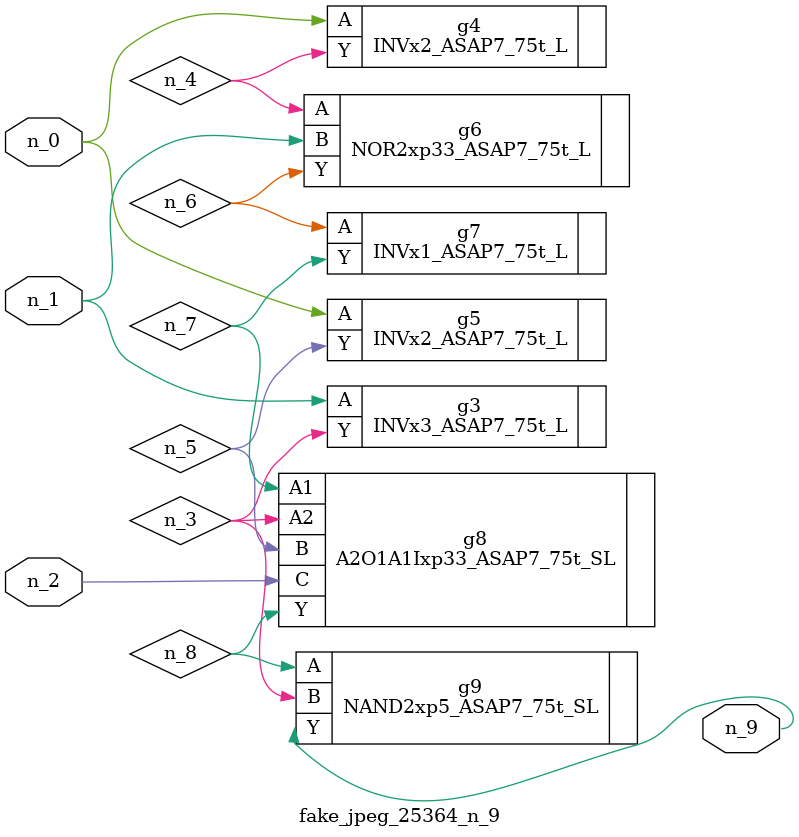
<source format=v>
module fake_jpeg_25364_n_9 (n_0, n_2, n_1, n_9);

input n_0;
input n_2;
input n_1;

output n_9;

wire n_3;
wire n_4;
wire n_8;
wire n_6;
wire n_5;
wire n_7;

INVx3_ASAP7_75t_L g3 ( 
.A(n_1),
.Y(n_3)
);

INVx2_ASAP7_75t_L g4 ( 
.A(n_0),
.Y(n_4)
);

INVx2_ASAP7_75t_L g5 ( 
.A(n_0),
.Y(n_5)
);

NOR2xp33_ASAP7_75t_L g6 ( 
.A(n_4),
.B(n_1),
.Y(n_6)
);

INVx1_ASAP7_75t_L g7 ( 
.A(n_6),
.Y(n_7)
);

A2O1A1Ixp33_ASAP7_75t_SL g8 ( 
.A1(n_7),
.A2(n_3),
.B(n_5),
.C(n_2),
.Y(n_8)
);

NAND2xp5_ASAP7_75t_SL g9 ( 
.A(n_8),
.B(n_3),
.Y(n_9)
);


endmodule
</source>
